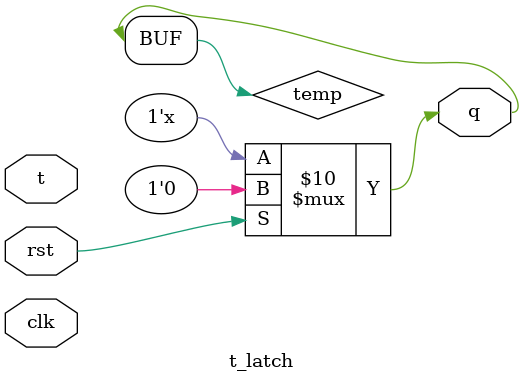
<source format=v>
module t_latch(t,clk,rst,q);
  input t,clk,rst;
  output q;
  reg temp;
  assign q=temp;
  always @(t,clk,rst)
    begin 
      if (rst)
        temp<=0;
      else if(clk)
        temp<=temp;
      else if (t)
        temp<=(~temp);
      else
        temp<=temp;
    end 
endmodule 
</source>
